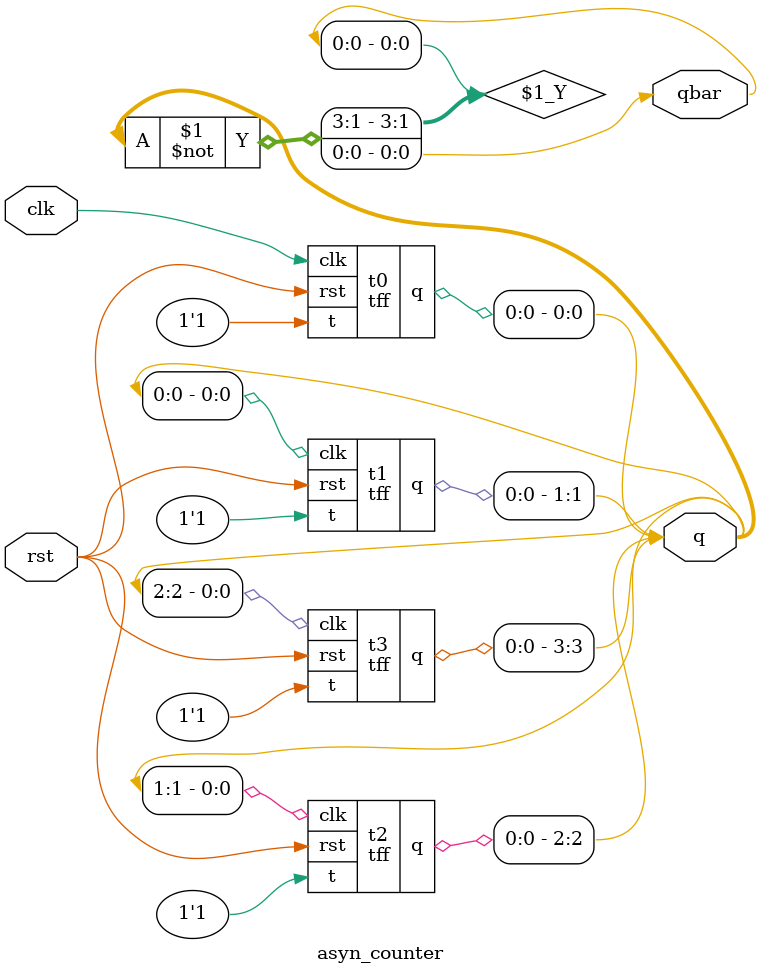
<source format=v>

module tff(input clk, rst,
            input t,
            output reg q
            );

            always@(posedge clk, negedge rst) begin
                if(!rst) q <= 0;
                else if(t) q <= ~q;
                else q <= q;
            end

endmodule

module asyn_counter(input clk, rst,
                    output reg [3:0] q,
                    output qbar
                    );

                    tff t0(.clk(clk), .rst(rst), .t(1'b1), .q(q[0]));
                    tff t1(.clk(q[0]), .rst(rst), .t(1'b1), .q(q[1]));
                    tff t2(.clk(q[1]), .rst(rst), .t(1'b1), .q(q[2]));
                    tff t3(.clk(q[2]), .rst(rst), .t(1'b1), .q(q[3]));

                    assign qbar = ~q;

endmodule
</source>
